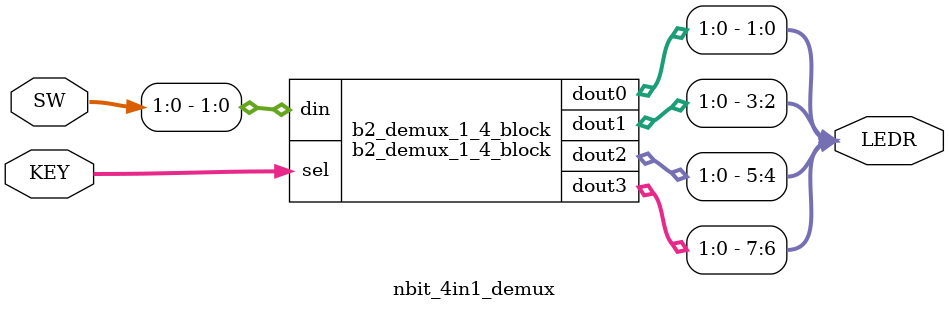
<source format=v>
module b1_demux_1_4_case
(
    input      din, 
    input      [1:0] sel,
    output reg dout0, 
    output reg dout1,
    output reg dout2,
    output reg dout3
);
    always @(*)
        case (sel)
            2'b00: 
            begin
                dout0 = din;
                dout1 = 0;
                dout2 = 0;
                dout3 = 0;
            end
            2'b01: 
            begin
                dout0 = 0;
                dout1 = din;
                dout2 = 0;
                dout3 = 0;
            end
            2'b10: 
            begin
                dout0 = 0;
                dout1 = 0;
                dout2 = din;
                dout3 = 0;
            end
            2'b11: 
            begin
                dout0 = 0;
                dout1 = 0;
                dout2 = 0;
                dout3 = din;
            end
        endcase
    
endmodule

module b1_demux_1_4_shift
(
    input      din, 
    input      [1:0] sel,
    output reg dout0, 
    output reg dout1,
    output reg dout2,
    output reg dout3
);

    always @(*)
        {dout3, dout2, dout1, dout0}= din<<sel;
        
endmodule

module bn_demux_1_4_case
#(parameter DATA_WIDTH=2)
(
    input      [DATA_WIDTH-1:0] din, 
    input      [1:0] sel,
    output reg [DATA_WIDTH-1:0] dout0, 
    output reg [DATA_WIDTH-1:0] dout1,
    output reg [DATA_WIDTH-1:0] dout2,
    output reg [DATA_WIDTH-1:0] dout3
);

    always @(*)
        case (sel)
            2'b00: 
            begin
                dout0 = din;
                dout1 = 0;
                dout2 = 0;
                dout3 = 0;
            end
            2'b01: 
            begin
                dout0 = 0;
                dout1 = din;
                dout2 = 0;
                dout3 = 0;
            end
            2'b10: 
            begin
                dout0 = 0;
                dout1 = 0;
                dout2 = din;
                dout3 = 0;
            end
            2'b11: 
            begin
                dout0 = 0;
                dout1 = 0;
                dout2 = 0;
                dout3 = din;
            end
        endcase
        
endmodule

module b2_demux_1_4_block
(
    input   [1:0] din, 
    input   [1:0] sel,
    output  [1:0] dout0, 
    output  [1:0] dout1,
    output  [1:0] dout2,
    output  [1:0] dout3
);
    
    b1_demux_1_4_case dmux0  (.din(din[0]),      .sel(sel),          .dout0(dout0[0]), 
                              .dout1(dout1[0]),  .dout2(dout2[0]),   .dout3(dout3[0]));
    b1_demux_1_4_shift dmux1 (.din(din[1]),      .sel(sel),          .dout0(dout0[1]), 
                              .dout1(dout1[1]),  .dout2(dout2[1]),   .dout3(dout3[1]));
        
endmodule


//`define CASE 

module nbit_4in1_demux
(
    input   [ 1:0]  KEY,
    input   [ 9:0]  SW,
    output  [ 9:0]  LEDR
);

`ifdef CASE 
    bn_demux_1_4_case #(2) bn_demux_1_4_case (.din(SW[1:0]),     .sel(KEY[1:0]),    .dout0(LEDR[1:0]), 
                                              .dout1(LEDR[3:2]), .dout2(LEDR[5:4]), .dout3(LEDR[7:6]));
`else
    b2_demux_1_4_block b2_demux_1_4_block    (.din(SW[1:0]),     .sel(KEY[1:0]),    .dout0(LEDR[1:0]), 
                                              .dout1(LEDR[3:2]), .dout2(LEDR[5:4]), .dout3(LEDR[7:6]));
`endif
    
endmodule
</source>
